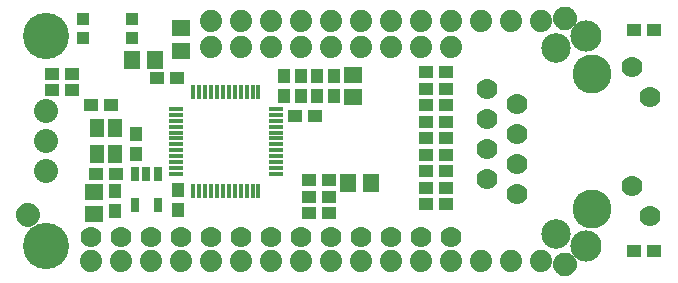
<source format=gbr>
G04 EAGLE Gerber RS-274X export*
G75*
%MOMM*%
%FSLAX34Y34*%
%LPD*%
%INSoldermask Top*%
%IPPOS*%
%AMOC8*
5,1,8,0,0,1.08239X$1,22.5*%
G01*
%ADD10R,0.400000X1.200000*%
%ADD11R,1.200000X0.400000*%
%ADD12C,1.778000*%
%ADD13C,2.501600*%
%ADD14C,3.301600*%
%ADD15R,1.301600X1.501600*%
%ADD16R,1.201600X1.101600*%
%ADD17R,1.101600X1.201600*%
%ADD18C,2.032000*%
%ADD19R,1.601600X1.341600*%
%ADD20C,1.101600*%
%ADD21C,0.500000*%
%ADD22R,0.651600X1.301600*%
%ADD23C,2.641600*%
%ADD24C,3.911600*%
%ADD25C,1.879600*%
%ADD26R,1.341600X1.601600*%
%ADD27R,1.001600X1.001600*%


D10*
X205300Y72300D03*
X200300Y72300D03*
X195300Y72300D03*
X190300Y72300D03*
X185300Y72300D03*
X180300Y72300D03*
X175300Y72300D03*
X170300Y72300D03*
X165300Y72300D03*
X160300Y72300D03*
X155300Y72300D03*
X150300Y72300D03*
X205300Y156300D03*
X200300Y156300D03*
X195300Y156300D03*
X190300Y156300D03*
X185300Y156300D03*
X180300Y156300D03*
X175300Y156300D03*
X170300Y156300D03*
X165300Y156300D03*
X160300Y156300D03*
X155300Y156300D03*
X150300Y156300D03*
D11*
X219800Y141800D03*
X219800Y136800D03*
X219800Y131800D03*
X219800Y126800D03*
X219800Y121800D03*
X219800Y116800D03*
X219800Y111800D03*
X219800Y106800D03*
X219800Y101800D03*
X219800Y96800D03*
X219800Y91800D03*
X219800Y86800D03*
X135800Y141800D03*
X135800Y136800D03*
X135800Y131800D03*
X135800Y126800D03*
X135800Y121800D03*
X135800Y116800D03*
X135800Y111800D03*
X135800Y106800D03*
X135800Y101800D03*
X135800Y96800D03*
X135800Y91800D03*
X135800Y86800D03*
D12*
X521480Y177550D03*
X536680Y152150D03*
X536680Y51050D03*
X521480Y76450D03*
D13*
X457180Y193050D03*
X457180Y35550D03*
D12*
X398780Y158750D03*
X424180Y69850D03*
X398780Y82550D03*
X424180Y95250D03*
X398780Y107950D03*
X424180Y120650D03*
X398780Y133350D03*
X424180Y146050D03*
D14*
X487680Y171450D03*
X487680Y57150D03*
D15*
X68200Y103300D03*
X68200Y125300D03*
X84200Y103300D03*
X84200Y125300D03*
D16*
X236610Y135890D03*
X253610Y135890D03*
X84700Y86360D03*
X67700Y86360D03*
X80890Y144780D03*
X63890Y144780D03*
D17*
X101600Y103260D03*
X101600Y120260D03*
D16*
X30870Y171450D03*
X47870Y171450D03*
X265040Y81280D03*
X248040Y81280D03*
X265040Y67310D03*
X248040Y67310D03*
X265040Y53975D03*
X248040Y53975D03*
D18*
X25400Y139700D03*
X25400Y114300D03*
X25400Y88900D03*
D17*
X137414Y56270D03*
X137414Y73270D03*
D16*
X364100Y74930D03*
X347100Y74930D03*
X364100Y60960D03*
X347100Y60960D03*
X364100Y158750D03*
X347100Y158750D03*
X364100Y172720D03*
X347100Y172720D03*
X364100Y130810D03*
X347100Y130810D03*
X364100Y144780D03*
X347100Y144780D03*
X364100Y116840D03*
X347100Y116840D03*
X364100Y102870D03*
X347100Y102870D03*
X364100Y88900D03*
X347100Y88900D03*
D17*
X227330Y169790D03*
X227330Y152790D03*
X241300Y169790D03*
X241300Y152790D03*
X255270Y169790D03*
X255270Y152790D03*
X269240Y169790D03*
X269240Y152790D03*
D19*
X285750Y170790D03*
X285750Y151790D03*
D20*
X464820Y10160D03*
D21*
X464820Y17660D02*
X464639Y17658D01*
X464458Y17651D01*
X464277Y17640D01*
X464096Y17625D01*
X463916Y17605D01*
X463736Y17581D01*
X463557Y17553D01*
X463379Y17520D01*
X463202Y17483D01*
X463025Y17442D01*
X462850Y17397D01*
X462675Y17347D01*
X462502Y17293D01*
X462331Y17235D01*
X462160Y17173D01*
X461992Y17106D01*
X461825Y17036D01*
X461659Y16962D01*
X461496Y16883D01*
X461335Y16801D01*
X461175Y16715D01*
X461018Y16625D01*
X460863Y16531D01*
X460710Y16434D01*
X460560Y16332D01*
X460412Y16228D01*
X460266Y16119D01*
X460124Y16008D01*
X459984Y15892D01*
X459847Y15774D01*
X459712Y15652D01*
X459581Y15527D01*
X459453Y15399D01*
X459328Y15268D01*
X459206Y15133D01*
X459088Y14996D01*
X458972Y14856D01*
X458861Y14714D01*
X458752Y14568D01*
X458648Y14420D01*
X458546Y14270D01*
X458449Y14117D01*
X458355Y13962D01*
X458265Y13805D01*
X458179Y13645D01*
X458097Y13484D01*
X458018Y13321D01*
X457944Y13155D01*
X457874Y12988D01*
X457807Y12820D01*
X457745Y12649D01*
X457687Y12478D01*
X457633Y12305D01*
X457583Y12130D01*
X457538Y11955D01*
X457497Y11778D01*
X457460Y11601D01*
X457427Y11423D01*
X457399Y11244D01*
X457375Y11064D01*
X457355Y10884D01*
X457340Y10703D01*
X457329Y10522D01*
X457322Y10341D01*
X457320Y10160D01*
X464820Y17660D02*
X465001Y17658D01*
X465182Y17651D01*
X465363Y17640D01*
X465544Y17625D01*
X465724Y17605D01*
X465904Y17581D01*
X466083Y17553D01*
X466261Y17520D01*
X466438Y17483D01*
X466615Y17442D01*
X466790Y17397D01*
X466965Y17347D01*
X467138Y17293D01*
X467309Y17235D01*
X467480Y17173D01*
X467648Y17106D01*
X467815Y17036D01*
X467981Y16962D01*
X468144Y16883D01*
X468305Y16801D01*
X468465Y16715D01*
X468622Y16625D01*
X468777Y16531D01*
X468930Y16434D01*
X469080Y16332D01*
X469228Y16228D01*
X469374Y16119D01*
X469516Y16008D01*
X469656Y15892D01*
X469793Y15774D01*
X469928Y15652D01*
X470059Y15527D01*
X470187Y15399D01*
X470312Y15268D01*
X470434Y15133D01*
X470552Y14996D01*
X470668Y14856D01*
X470779Y14714D01*
X470888Y14568D01*
X470992Y14420D01*
X471094Y14270D01*
X471191Y14117D01*
X471285Y13962D01*
X471375Y13805D01*
X471461Y13645D01*
X471543Y13484D01*
X471622Y13321D01*
X471696Y13155D01*
X471766Y12988D01*
X471833Y12820D01*
X471895Y12649D01*
X471953Y12478D01*
X472007Y12305D01*
X472057Y12130D01*
X472102Y11955D01*
X472143Y11778D01*
X472180Y11601D01*
X472213Y11423D01*
X472241Y11244D01*
X472265Y11064D01*
X472285Y10884D01*
X472300Y10703D01*
X472311Y10522D01*
X472318Y10341D01*
X472320Y10160D01*
X472318Y9979D01*
X472311Y9798D01*
X472300Y9617D01*
X472285Y9436D01*
X472265Y9256D01*
X472241Y9076D01*
X472213Y8897D01*
X472180Y8719D01*
X472143Y8542D01*
X472102Y8365D01*
X472057Y8190D01*
X472007Y8015D01*
X471953Y7842D01*
X471895Y7671D01*
X471833Y7500D01*
X471766Y7332D01*
X471696Y7165D01*
X471622Y6999D01*
X471543Y6836D01*
X471461Y6675D01*
X471375Y6515D01*
X471285Y6358D01*
X471191Y6203D01*
X471094Y6050D01*
X470992Y5900D01*
X470888Y5752D01*
X470779Y5606D01*
X470668Y5464D01*
X470552Y5324D01*
X470434Y5187D01*
X470312Y5052D01*
X470187Y4921D01*
X470059Y4793D01*
X469928Y4668D01*
X469793Y4546D01*
X469656Y4428D01*
X469516Y4312D01*
X469374Y4201D01*
X469228Y4092D01*
X469080Y3988D01*
X468930Y3886D01*
X468777Y3789D01*
X468622Y3695D01*
X468465Y3605D01*
X468305Y3519D01*
X468144Y3437D01*
X467981Y3358D01*
X467815Y3284D01*
X467648Y3214D01*
X467480Y3147D01*
X467309Y3085D01*
X467138Y3027D01*
X466965Y2973D01*
X466790Y2923D01*
X466615Y2878D01*
X466438Y2837D01*
X466261Y2800D01*
X466083Y2767D01*
X465904Y2739D01*
X465724Y2715D01*
X465544Y2695D01*
X465363Y2680D01*
X465182Y2669D01*
X465001Y2662D01*
X464820Y2660D01*
X464639Y2662D01*
X464458Y2669D01*
X464277Y2680D01*
X464096Y2695D01*
X463916Y2715D01*
X463736Y2739D01*
X463557Y2767D01*
X463379Y2800D01*
X463202Y2837D01*
X463025Y2878D01*
X462850Y2923D01*
X462675Y2973D01*
X462502Y3027D01*
X462331Y3085D01*
X462160Y3147D01*
X461992Y3214D01*
X461825Y3284D01*
X461659Y3358D01*
X461496Y3437D01*
X461335Y3519D01*
X461175Y3605D01*
X461018Y3695D01*
X460863Y3789D01*
X460710Y3886D01*
X460560Y3988D01*
X460412Y4092D01*
X460266Y4201D01*
X460124Y4312D01*
X459984Y4428D01*
X459847Y4546D01*
X459712Y4668D01*
X459581Y4793D01*
X459453Y4921D01*
X459328Y5052D01*
X459206Y5187D01*
X459088Y5324D01*
X458972Y5464D01*
X458861Y5606D01*
X458752Y5752D01*
X458648Y5900D01*
X458546Y6050D01*
X458449Y6203D01*
X458355Y6358D01*
X458265Y6515D01*
X458179Y6675D01*
X458097Y6836D01*
X458018Y6999D01*
X457944Y7165D01*
X457874Y7332D01*
X457807Y7500D01*
X457745Y7671D01*
X457687Y7842D01*
X457633Y8015D01*
X457583Y8190D01*
X457538Y8365D01*
X457497Y8542D01*
X457460Y8719D01*
X457427Y8897D01*
X457399Y9076D01*
X457375Y9256D01*
X457355Y9436D01*
X457340Y9617D01*
X457329Y9798D01*
X457322Y9979D01*
X457320Y10160D01*
D20*
X10160Y52070D03*
D21*
X10160Y59570D02*
X9979Y59568D01*
X9798Y59561D01*
X9617Y59550D01*
X9436Y59535D01*
X9256Y59515D01*
X9076Y59491D01*
X8897Y59463D01*
X8719Y59430D01*
X8542Y59393D01*
X8365Y59352D01*
X8190Y59307D01*
X8015Y59257D01*
X7842Y59203D01*
X7671Y59145D01*
X7500Y59083D01*
X7332Y59016D01*
X7165Y58946D01*
X6999Y58872D01*
X6836Y58793D01*
X6675Y58711D01*
X6515Y58625D01*
X6358Y58535D01*
X6203Y58441D01*
X6050Y58344D01*
X5900Y58242D01*
X5752Y58138D01*
X5606Y58029D01*
X5464Y57918D01*
X5324Y57802D01*
X5187Y57684D01*
X5052Y57562D01*
X4921Y57437D01*
X4793Y57309D01*
X4668Y57178D01*
X4546Y57043D01*
X4428Y56906D01*
X4312Y56766D01*
X4201Y56624D01*
X4092Y56478D01*
X3988Y56330D01*
X3886Y56180D01*
X3789Y56027D01*
X3695Y55872D01*
X3605Y55715D01*
X3519Y55555D01*
X3437Y55394D01*
X3358Y55231D01*
X3284Y55065D01*
X3214Y54898D01*
X3147Y54730D01*
X3085Y54559D01*
X3027Y54388D01*
X2973Y54215D01*
X2923Y54040D01*
X2878Y53865D01*
X2837Y53688D01*
X2800Y53511D01*
X2767Y53333D01*
X2739Y53154D01*
X2715Y52974D01*
X2695Y52794D01*
X2680Y52613D01*
X2669Y52432D01*
X2662Y52251D01*
X2660Y52070D01*
X10160Y59570D02*
X10341Y59568D01*
X10522Y59561D01*
X10703Y59550D01*
X10884Y59535D01*
X11064Y59515D01*
X11244Y59491D01*
X11423Y59463D01*
X11601Y59430D01*
X11778Y59393D01*
X11955Y59352D01*
X12130Y59307D01*
X12305Y59257D01*
X12478Y59203D01*
X12649Y59145D01*
X12820Y59083D01*
X12988Y59016D01*
X13155Y58946D01*
X13321Y58872D01*
X13484Y58793D01*
X13645Y58711D01*
X13805Y58625D01*
X13962Y58535D01*
X14117Y58441D01*
X14270Y58344D01*
X14420Y58242D01*
X14568Y58138D01*
X14714Y58029D01*
X14856Y57918D01*
X14996Y57802D01*
X15133Y57684D01*
X15268Y57562D01*
X15399Y57437D01*
X15527Y57309D01*
X15652Y57178D01*
X15774Y57043D01*
X15892Y56906D01*
X16008Y56766D01*
X16119Y56624D01*
X16228Y56478D01*
X16332Y56330D01*
X16434Y56180D01*
X16531Y56027D01*
X16625Y55872D01*
X16715Y55715D01*
X16801Y55555D01*
X16883Y55394D01*
X16962Y55231D01*
X17036Y55065D01*
X17106Y54898D01*
X17173Y54730D01*
X17235Y54559D01*
X17293Y54388D01*
X17347Y54215D01*
X17397Y54040D01*
X17442Y53865D01*
X17483Y53688D01*
X17520Y53511D01*
X17553Y53333D01*
X17581Y53154D01*
X17605Y52974D01*
X17625Y52794D01*
X17640Y52613D01*
X17651Y52432D01*
X17658Y52251D01*
X17660Y52070D01*
X17658Y51889D01*
X17651Y51708D01*
X17640Y51527D01*
X17625Y51346D01*
X17605Y51166D01*
X17581Y50986D01*
X17553Y50807D01*
X17520Y50629D01*
X17483Y50452D01*
X17442Y50275D01*
X17397Y50100D01*
X17347Y49925D01*
X17293Y49752D01*
X17235Y49581D01*
X17173Y49410D01*
X17106Y49242D01*
X17036Y49075D01*
X16962Y48909D01*
X16883Y48746D01*
X16801Y48585D01*
X16715Y48425D01*
X16625Y48268D01*
X16531Y48113D01*
X16434Y47960D01*
X16332Y47810D01*
X16228Y47662D01*
X16119Y47516D01*
X16008Y47374D01*
X15892Y47234D01*
X15774Y47097D01*
X15652Y46962D01*
X15527Y46831D01*
X15399Y46703D01*
X15268Y46578D01*
X15133Y46456D01*
X14996Y46338D01*
X14856Y46222D01*
X14714Y46111D01*
X14568Y46002D01*
X14420Y45898D01*
X14270Y45796D01*
X14117Y45699D01*
X13962Y45605D01*
X13805Y45515D01*
X13645Y45429D01*
X13484Y45347D01*
X13321Y45268D01*
X13155Y45194D01*
X12988Y45124D01*
X12820Y45057D01*
X12649Y44995D01*
X12478Y44937D01*
X12305Y44883D01*
X12130Y44833D01*
X11955Y44788D01*
X11778Y44747D01*
X11601Y44710D01*
X11423Y44677D01*
X11244Y44649D01*
X11064Y44625D01*
X10884Y44605D01*
X10703Y44590D01*
X10522Y44579D01*
X10341Y44572D01*
X10160Y44570D01*
X9979Y44572D01*
X9798Y44579D01*
X9617Y44590D01*
X9436Y44605D01*
X9256Y44625D01*
X9076Y44649D01*
X8897Y44677D01*
X8719Y44710D01*
X8542Y44747D01*
X8365Y44788D01*
X8190Y44833D01*
X8015Y44883D01*
X7842Y44937D01*
X7671Y44995D01*
X7500Y45057D01*
X7332Y45124D01*
X7165Y45194D01*
X6999Y45268D01*
X6836Y45347D01*
X6675Y45429D01*
X6515Y45515D01*
X6358Y45605D01*
X6203Y45699D01*
X6050Y45796D01*
X5900Y45898D01*
X5752Y46002D01*
X5606Y46111D01*
X5464Y46222D01*
X5324Y46338D01*
X5187Y46456D01*
X5052Y46578D01*
X4921Y46703D01*
X4793Y46831D01*
X4668Y46962D01*
X4546Y47097D01*
X4428Y47234D01*
X4312Y47374D01*
X4201Y47516D01*
X4092Y47662D01*
X3988Y47810D01*
X3886Y47960D01*
X3789Y48113D01*
X3695Y48268D01*
X3605Y48425D01*
X3519Y48585D01*
X3437Y48746D01*
X3358Y48909D01*
X3284Y49075D01*
X3214Y49242D01*
X3147Y49410D01*
X3085Y49581D01*
X3027Y49752D01*
X2973Y49925D01*
X2923Y50100D01*
X2878Y50275D01*
X2837Y50452D01*
X2800Y50629D01*
X2767Y50807D01*
X2739Y50986D01*
X2715Y51166D01*
X2695Y51346D01*
X2680Y51527D01*
X2669Y51708D01*
X2662Y51889D01*
X2660Y52070D01*
D20*
X464820Y218440D03*
D21*
X464820Y225940D02*
X464639Y225938D01*
X464458Y225931D01*
X464277Y225920D01*
X464096Y225905D01*
X463916Y225885D01*
X463736Y225861D01*
X463557Y225833D01*
X463379Y225800D01*
X463202Y225763D01*
X463025Y225722D01*
X462850Y225677D01*
X462675Y225627D01*
X462502Y225573D01*
X462331Y225515D01*
X462160Y225453D01*
X461992Y225386D01*
X461825Y225316D01*
X461659Y225242D01*
X461496Y225163D01*
X461335Y225081D01*
X461175Y224995D01*
X461018Y224905D01*
X460863Y224811D01*
X460710Y224714D01*
X460560Y224612D01*
X460412Y224508D01*
X460266Y224399D01*
X460124Y224288D01*
X459984Y224172D01*
X459847Y224054D01*
X459712Y223932D01*
X459581Y223807D01*
X459453Y223679D01*
X459328Y223548D01*
X459206Y223413D01*
X459088Y223276D01*
X458972Y223136D01*
X458861Y222994D01*
X458752Y222848D01*
X458648Y222700D01*
X458546Y222550D01*
X458449Y222397D01*
X458355Y222242D01*
X458265Y222085D01*
X458179Y221925D01*
X458097Y221764D01*
X458018Y221601D01*
X457944Y221435D01*
X457874Y221268D01*
X457807Y221100D01*
X457745Y220929D01*
X457687Y220758D01*
X457633Y220585D01*
X457583Y220410D01*
X457538Y220235D01*
X457497Y220058D01*
X457460Y219881D01*
X457427Y219703D01*
X457399Y219524D01*
X457375Y219344D01*
X457355Y219164D01*
X457340Y218983D01*
X457329Y218802D01*
X457322Y218621D01*
X457320Y218440D01*
X464820Y225940D02*
X465001Y225938D01*
X465182Y225931D01*
X465363Y225920D01*
X465544Y225905D01*
X465724Y225885D01*
X465904Y225861D01*
X466083Y225833D01*
X466261Y225800D01*
X466438Y225763D01*
X466615Y225722D01*
X466790Y225677D01*
X466965Y225627D01*
X467138Y225573D01*
X467309Y225515D01*
X467480Y225453D01*
X467648Y225386D01*
X467815Y225316D01*
X467981Y225242D01*
X468144Y225163D01*
X468305Y225081D01*
X468465Y224995D01*
X468622Y224905D01*
X468777Y224811D01*
X468930Y224714D01*
X469080Y224612D01*
X469228Y224508D01*
X469374Y224399D01*
X469516Y224288D01*
X469656Y224172D01*
X469793Y224054D01*
X469928Y223932D01*
X470059Y223807D01*
X470187Y223679D01*
X470312Y223548D01*
X470434Y223413D01*
X470552Y223276D01*
X470668Y223136D01*
X470779Y222994D01*
X470888Y222848D01*
X470992Y222700D01*
X471094Y222550D01*
X471191Y222397D01*
X471285Y222242D01*
X471375Y222085D01*
X471461Y221925D01*
X471543Y221764D01*
X471622Y221601D01*
X471696Y221435D01*
X471766Y221268D01*
X471833Y221100D01*
X471895Y220929D01*
X471953Y220758D01*
X472007Y220585D01*
X472057Y220410D01*
X472102Y220235D01*
X472143Y220058D01*
X472180Y219881D01*
X472213Y219703D01*
X472241Y219524D01*
X472265Y219344D01*
X472285Y219164D01*
X472300Y218983D01*
X472311Y218802D01*
X472318Y218621D01*
X472320Y218440D01*
X472318Y218259D01*
X472311Y218078D01*
X472300Y217897D01*
X472285Y217716D01*
X472265Y217536D01*
X472241Y217356D01*
X472213Y217177D01*
X472180Y216999D01*
X472143Y216822D01*
X472102Y216645D01*
X472057Y216470D01*
X472007Y216295D01*
X471953Y216122D01*
X471895Y215951D01*
X471833Y215780D01*
X471766Y215612D01*
X471696Y215445D01*
X471622Y215279D01*
X471543Y215116D01*
X471461Y214955D01*
X471375Y214795D01*
X471285Y214638D01*
X471191Y214483D01*
X471094Y214330D01*
X470992Y214180D01*
X470888Y214032D01*
X470779Y213886D01*
X470668Y213744D01*
X470552Y213604D01*
X470434Y213467D01*
X470312Y213332D01*
X470187Y213201D01*
X470059Y213073D01*
X469928Y212948D01*
X469793Y212826D01*
X469656Y212708D01*
X469516Y212592D01*
X469374Y212481D01*
X469228Y212372D01*
X469080Y212268D01*
X468930Y212166D01*
X468777Y212069D01*
X468622Y211975D01*
X468465Y211885D01*
X468305Y211799D01*
X468144Y211717D01*
X467981Y211638D01*
X467815Y211564D01*
X467648Y211494D01*
X467480Y211427D01*
X467309Y211365D01*
X467138Y211307D01*
X466965Y211253D01*
X466790Y211203D01*
X466615Y211158D01*
X466438Y211117D01*
X466261Y211080D01*
X466083Y211047D01*
X465904Y211019D01*
X465724Y210995D01*
X465544Y210975D01*
X465363Y210960D01*
X465182Y210949D01*
X465001Y210942D01*
X464820Y210940D01*
X464639Y210942D01*
X464458Y210949D01*
X464277Y210960D01*
X464096Y210975D01*
X463916Y210995D01*
X463736Y211019D01*
X463557Y211047D01*
X463379Y211080D01*
X463202Y211117D01*
X463025Y211158D01*
X462850Y211203D01*
X462675Y211253D01*
X462502Y211307D01*
X462331Y211365D01*
X462160Y211427D01*
X461992Y211494D01*
X461825Y211564D01*
X461659Y211638D01*
X461496Y211717D01*
X461335Y211799D01*
X461175Y211885D01*
X461018Y211975D01*
X460863Y212069D01*
X460710Y212166D01*
X460560Y212268D01*
X460412Y212372D01*
X460266Y212481D01*
X460124Y212592D01*
X459984Y212708D01*
X459847Y212826D01*
X459712Y212948D01*
X459581Y213073D01*
X459453Y213201D01*
X459328Y213332D01*
X459206Y213467D01*
X459088Y213604D01*
X458972Y213744D01*
X458861Y213886D01*
X458752Y214032D01*
X458648Y214180D01*
X458546Y214330D01*
X458449Y214483D01*
X458355Y214638D01*
X458265Y214795D01*
X458179Y214955D01*
X458097Y215116D01*
X458018Y215279D01*
X457944Y215445D01*
X457874Y215612D01*
X457807Y215780D01*
X457745Y215951D01*
X457687Y216122D01*
X457633Y216295D01*
X457583Y216470D01*
X457538Y216645D01*
X457497Y216822D01*
X457460Y216999D01*
X457427Y217177D01*
X457399Y217356D01*
X457375Y217536D01*
X457355Y217716D01*
X457340Y217897D01*
X457329Y218078D01*
X457322Y218259D01*
X457320Y218440D01*
D19*
X139700Y191160D03*
X139700Y210160D03*
D16*
X136770Y167640D03*
X119770Y167640D03*
D19*
X66040Y52730D03*
X66040Y71730D03*
D17*
X83820Y55000D03*
X83820Y72000D03*
D22*
X119990Y86660D03*
X110490Y86660D03*
X100990Y86660D03*
X100990Y60660D03*
X119990Y60660D03*
D23*
X482600Y203200D03*
X482600Y25400D03*
D24*
X25400Y203200D03*
X25400Y25400D03*
D25*
X165100Y215900D03*
X190500Y215900D03*
X215900Y215900D03*
X241300Y215900D03*
X266700Y215900D03*
X292100Y215900D03*
X317500Y215900D03*
X342900Y215900D03*
X368300Y215900D03*
X393700Y215900D03*
X419100Y215900D03*
X444500Y215900D03*
X165100Y12700D03*
X190500Y12700D03*
X215900Y12700D03*
X241300Y12700D03*
X266700Y12700D03*
X292100Y12700D03*
X317500Y12700D03*
X342900Y12700D03*
X368300Y12700D03*
X393700Y12700D03*
X419100Y12700D03*
X444500Y12700D03*
X139700Y12700D03*
X114300Y12700D03*
X88900Y12700D03*
X63500Y12700D03*
D26*
X98450Y182880D03*
X117450Y182880D03*
X281330Y78740D03*
X300330Y78740D03*
D16*
X540630Y208280D03*
X523630Y208280D03*
X540630Y21590D03*
X523630Y21590D03*
D25*
X165100Y194310D03*
X190500Y194310D03*
X215900Y194310D03*
X241300Y194310D03*
X266700Y194310D03*
X292100Y194310D03*
X317500Y194310D03*
X342900Y194310D03*
X368300Y194310D03*
D12*
X368300Y33020D03*
X342900Y33020D03*
X317500Y33020D03*
X292100Y33020D03*
X266700Y33020D03*
X241300Y33020D03*
X215900Y33020D03*
X190500Y33020D03*
X165100Y33020D03*
X139700Y33020D03*
X114300Y33020D03*
X88900Y33020D03*
X63500Y33020D03*
D16*
X30870Y157480D03*
X47870Y157480D03*
D27*
X56970Y201550D03*
X56970Y217550D03*
X97970Y217550D03*
X97970Y201550D03*
M02*

</source>
